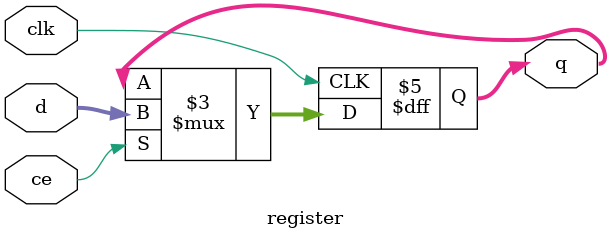
<source format=v>
module register #(
    parameter W = 8 
)
(
    input               clk,
    input               ce,
    input      [W-1:0]  d,
    output reg [W-1:0]  q = 0
);

always @(posedge clk)
    if(ce)
        q <= d;

endmodule
</source>
